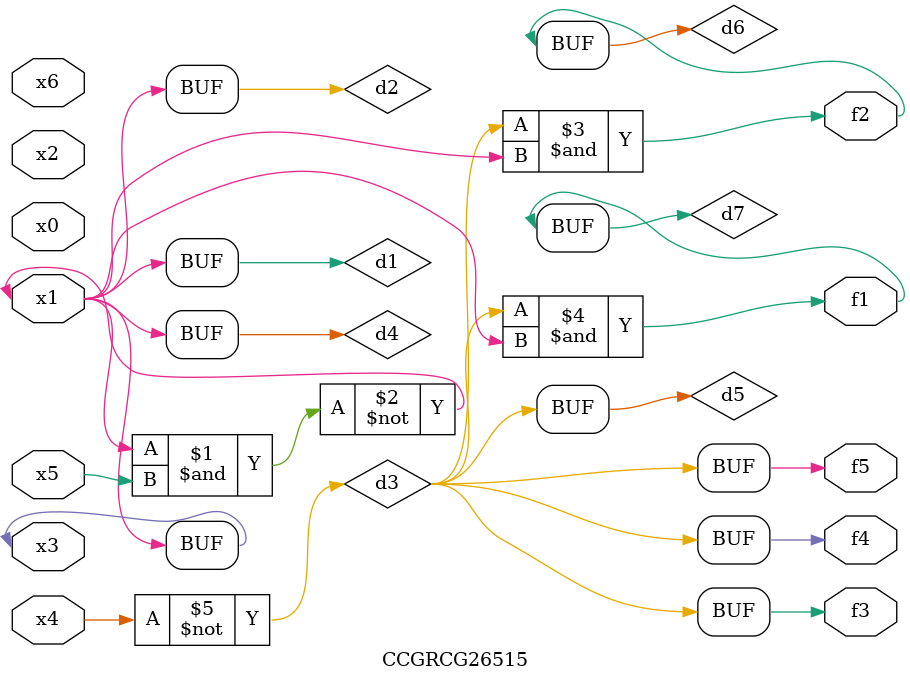
<source format=v>
module CCGRCG26515(
	input x0, x1, x2, x3, x4, x5, x6,
	output f1, f2, f3, f4, f5
);

	wire d1, d2, d3, d4, d5, d6, d7;

	buf (d1, x1, x3);
	nand (d2, x1, x5);
	not (d3, x4);
	buf (d4, d1, d2);
	buf (d5, d3);
	and (d6, d3, d4);
	and (d7, d3, d4);
	assign f1 = d7;
	assign f2 = d6;
	assign f3 = d5;
	assign f4 = d5;
	assign f5 = d5;
endmodule

</source>
